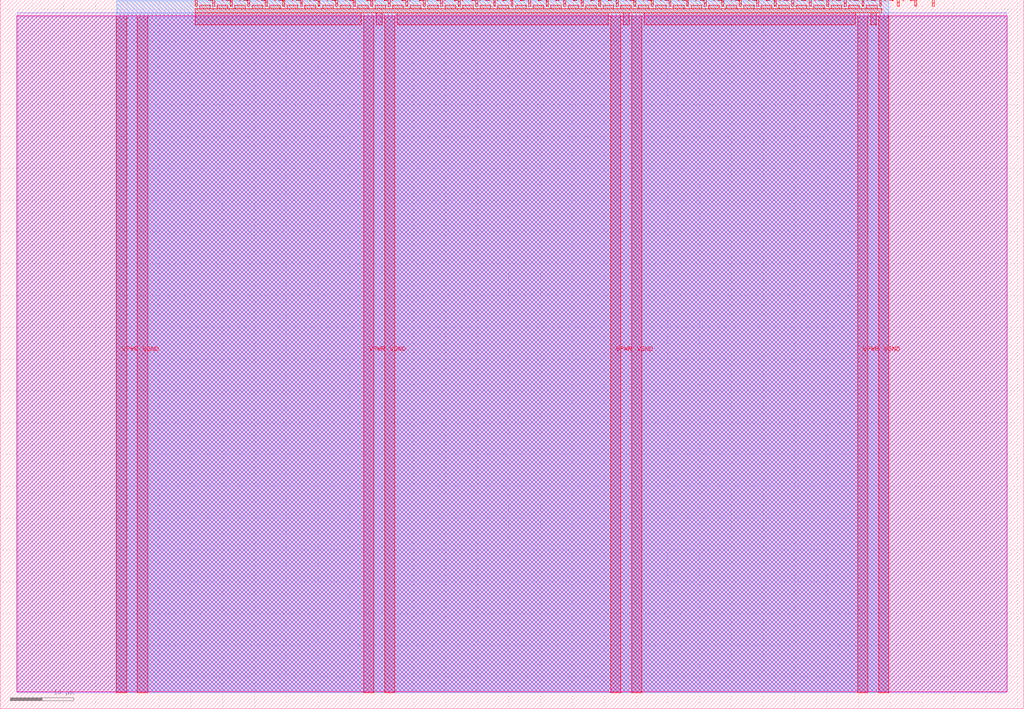
<source format=lef>
VERSION 5.7 ;
  NOWIREEXTENSIONATPIN ON ;
  DIVIDERCHAR "/" ;
  BUSBITCHARS "[]" ;
MACRO tt_um_wokwi_445172941748296705
  CLASS BLOCK ;
  FOREIGN tt_um_wokwi_445172941748296705 ;
  ORIGIN 0.000 0.000 ;
  SIZE 161.000 BY 111.520 ;
  PIN VGND
    DIRECTION INOUT ;
    USE GROUND ;
    PORT
      LAYER met4 ;
        RECT 21.580 2.480 23.180 109.040 ;
    END
    PORT
      LAYER met4 ;
        RECT 60.450 2.480 62.050 109.040 ;
    END
    PORT
      LAYER met4 ;
        RECT 99.320 2.480 100.920 109.040 ;
    END
    PORT
      LAYER met4 ;
        RECT 138.190 2.480 139.790 109.040 ;
    END
  END VGND
  PIN VPWR
    DIRECTION INOUT ;
    USE POWER ;
    PORT
      LAYER met4 ;
        RECT 18.280 2.480 19.880 109.040 ;
    END
    PORT
      LAYER met4 ;
        RECT 57.150 2.480 58.750 109.040 ;
    END
    PORT
      LAYER met4 ;
        RECT 96.020 2.480 97.620 109.040 ;
    END
    PORT
      LAYER met4 ;
        RECT 134.890 2.480 136.490 109.040 ;
    END
  END VPWR
  PIN clk
    DIRECTION INPUT ;
    USE SIGNAL ;
    PORT
      LAYER met4 ;
        RECT 143.830 110.520 144.130 111.520 ;
    END
  END clk
  PIN ena
    DIRECTION INPUT ;
    USE SIGNAL ;
    PORT
      LAYER met4 ;
        RECT 146.590 110.520 146.890 111.520 ;
    END
  END ena
  PIN rst_n
    DIRECTION INPUT ;
    USE SIGNAL ;
    PORT
      LAYER met4 ;
        RECT 141.070 110.520 141.370 111.520 ;
    END
  END rst_n
  PIN ui_in[0]
    DIRECTION INPUT ;
    USE SIGNAL ;
    ANTENNAGATEAREA 0.196500 ;
    PORT
      LAYER met4 ;
        RECT 138.310 110.520 138.610 111.520 ;
    END
  END ui_in[0]
  PIN ui_in[1]
    DIRECTION INPUT ;
    USE SIGNAL ;
    ANTENNAGATEAREA 0.196500 ;
    PORT
      LAYER met4 ;
        RECT 135.550 110.520 135.850 111.520 ;
    END
  END ui_in[1]
  PIN ui_in[2]
    DIRECTION INPUT ;
    USE SIGNAL ;
    ANTENNAGATEAREA 0.159000 ;
    PORT
      LAYER met4 ;
        RECT 132.790 110.520 133.090 111.520 ;
    END
  END ui_in[2]
  PIN ui_in[3]
    DIRECTION INPUT ;
    USE SIGNAL ;
    ANTENNAGATEAREA 0.159000 ;
    PORT
      LAYER met4 ;
        RECT 130.030 110.520 130.330 111.520 ;
    END
  END ui_in[3]
  PIN ui_in[4]
    DIRECTION INPUT ;
    USE SIGNAL ;
    ANTENNAGATEAREA 0.159000 ;
    PORT
      LAYER met4 ;
        RECT 127.270 110.520 127.570 111.520 ;
    END
  END ui_in[4]
  PIN ui_in[5]
    DIRECTION INPUT ;
    USE SIGNAL ;
    ANTENNAGATEAREA 0.159000 ;
    PORT
      LAYER met4 ;
        RECT 124.510 110.520 124.810 111.520 ;
    END
  END ui_in[5]
  PIN ui_in[6]
    DIRECTION INPUT ;
    USE SIGNAL ;
    ANTENNAGATEAREA 0.159000 ;
    PORT
      LAYER met4 ;
        RECT 121.750 110.520 122.050 111.520 ;
    END
  END ui_in[6]
  PIN ui_in[7]
    DIRECTION INPUT ;
    USE SIGNAL ;
    ANTENNAGATEAREA 0.159000 ;
    PORT
      LAYER met4 ;
        RECT 118.990 110.520 119.290 111.520 ;
    END
  END ui_in[7]
  PIN uio_in[0]
    DIRECTION INPUT ;
    USE SIGNAL ;
    PORT
      LAYER met4 ;
        RECT 116.230 110.520 116.530 111.520 ;
    END
  END uio_in[0]
  PIN uio_in[1]
    DIRECTION INPUT ;
    USE SIGNAL ;
    PORT
      LAYER met4 ;
        RECT 113.470 110.520 113.770 111.520 ;
    END
  END uio_in[1]
  PIN uio_in[2]
    DIRECTION INPUT ;
    USE SIGNAL ;
    PORT
      LAYER met4 ;
        RECT 110.710 110.520 111.010 111.520 ;
    END
  END uio_in[2]
  PIN uio_in[3]
    DIRECTION INPUT ;
    USE SIGNAL ;
    PORT
      LAYER met4 ;
        RECT 107.950 110.520 108.250 111.520 ;
    END
  END uio_in[3]
  PIN uio_in[4]
    DIRECTION INPUT ;
    USE SIGNAL ;
    PORT
      LAYER met4 ;
        RECT 105.190 110.520 105.490 111.520 ;
    END
  END uio_in[4]
  PIN uio_in[5]
    DIRECTION INPUT ;
    USE SIGNAL ;
    PORT
      LAYER met4 ;
        RECT 102.430 110.520 102.730 111.520 ;
    END
  END uio_in[5]
  PIN uio_in[6]
    DIRECTION INPUT ;
    USE SIGNAL ;
    PORT
      LAYER met4 ;
        RECT 99.670 110.520 99.970 111.520 ;
    END
  END uio_in[6]
  PIN uio_in[7]
    DIRECTION INPUT ;
    USE SIGNAL ;
    PORT
      LAYER met4 ;
        RECT 96.910 110.520 97.210 111.520 ;
    END
  END uio_in[7]
  PIN uio_oe[0]
    DIRECTION OUTPUT ;
    USE SIGNAL ;
    PORT
      LAYER met4 ;
        RECT 49.990 110.520 50.290 111.520 ;
    END
  END uio_oe[0]
  PIN uio_oe[1]
    DIRECTION OUTPUT ;
    USE SIGNAL ;
    PORT
      LAYER met4 ;
        RECT 47.230 110.520 47.530 111.520 ;
    END
  END uio_oe[1]
  PIN uio_oe[2]
    DIRECTION OUTPUT ;
    USE SIGNAL ;
    PORT
      LAYER met4 ;
        RECT 44.470 110.520 44.770 111.520 ;
    END
  END uio_oe[2]
  PIN uio_oe[3]
    DIRECTION OUTPUT ;
    USE SIGNAL ;
    PORT
      LAYER met4 ;
        RECT 41.710 110.520 42.010 111.520 ;
    END
  END uio_oe[3]
  PIN uio_oe[4]
    DIRECTION OUTPUT ;
    USE SIGNAL ;
    PORT
      LAYER met4 ;
        RECT 38.950 110.520 39.250 111.520 ;
    END
  END uio_oe[4]
  PIN uio_oe[5]
    DIRECTION OUTPUT ;
    USE SIGNAL ;
    PORT
      LAYER met4 ;
        RECT 36.190 110.520 36.490 111.520 ;
    END
  END uio_oe[5]
  PIN uio_oe[6]
    DIRECTION OUTPUT ;
    USE SIGNAL ;
    PORT
      LAYER met4 ;
        RECT 33.430 110.520 33.730 111.520 ;
    END
  END uio_oe[6]
  PIN uio_oe[7]
    DIRECTION OUTPUT ;
    USE SIGNAL ;
    PORT
      LAYER met4 ;
        RECT 30.670 110.520 30.970 111.520 ;
    END
  END uio_oe[7]
  PIN uio_out[0]
    DIRECTION OUTPUT ;
    USE SIGNAL ;
    PORT
      LAYER met4 ;
        RECT 72.070 110.520 72.370 111.520 ;
    END
  END uio_out[0]
  PIN uio_out[1]
    DIRECTION OUTPUT ;
    USE SIGNAL ;
    PORT
      LAYER met4 ;
        RECT 69.310 110.520 69.610 111.520 ;
    END
  END uio_out[1]
  PIN uio_out[2]
    DIRECTION OUTPUT ;
    USE SIGNAL ;
    PORT
      LAYER met4 ;
        RECT 66.550 110.520 66.850 111.520 ;
    END
  END uio_out[2]
  PIN uio_out[3]
    DIRECTION OUTPUT ;
    USE SIGNAL ;
    PORT
      LAYER met4 ;
        RECT 63.790 110.520 64.090 111.520 ;
    END
  END uio_out[3]
  PIN uio_out[4]
    DIRECTION OUTPUT ;
    USE SIGNAL ;
    PORT
      LAYER met4 ;
        RECT 61.030 110.520 61.330 111.520 ;
    END
  END uio_out[4]
  PIN uio_out[5]
    DIRECTION OUTPUT ;
    USE SIGNAL ;
    PORT
      LAYER met4 ;
        RECT 58.270 110.520 58.570 111.520 ;
    END
  END uio_out[5]
  PIN uio_out[6]
    DIRECTION OUTPUT ;
    USE SIGNAL ;
    PORT
      LAYER met4 ;
        RECT 55.510 110.520 55.810 111.520 ;
    END
  END uio_out[6]
  PIN uio_out[7]
    DIRECTION OUTPUT ;
    USE SIGNAL ;
    PORT
      LAYER met4 ;
        RECT 52.750 110.520 53.050 111.520 ;
    END
  END uio_out[7]
  PIN uo_out[0]
    DIRECTION OUTPUT ;
    USE SIGNAL ;
    ANTENNADIFFAREA 0.445500 ;
    PORT
      LAYER met4 ;
        RECT 94.150 110.520 94.450 111.520 ;
    END
  END uo_out[0]
  PIN uo_out[1]
    DIRECTION OUTPUT ;
    USE SIGNAL ;
    ANTENNADIFFAREA 0.445500 ;
    PORT
      LAYER met4 ;
        RECT 91.390 110.520 91.690 111.520 ;
    END
  END uo_out[1]
  PIN uo_out[2]
    DIRECTION OUTPUT ;
    USE SIGNAL ;
    ANTENNADIFFAREA 0.445500 ;
    PORT
      LAYER met4 ;
        RECT 88.630 110.520 88.930 111.520 ;
    END
  END uo_out[2]
  PIN uo_out[3]
    DIRECTION OUTPUT ;
    USE SIGNAL ;
    ANTENNADIFFAREA 0.445500 ;
    PORT
      LAYER met4 ;
        RECT 85.870 110.520 86.170 111.520 ;
    END
  END uo_out[3]
  PIN uo_out[4]
    DIRECTION OUTPUT ;
    USE SIGNAL ;
    ANTENNADIFFAREA 0.445500 ;
    PORT
      LAYER met4 ;
        RECT 83.110 110.520 83.410 111.520 ;
    END
  END uo_out[4]
  PIN uo_out[5]
    DIRECTION OUTPUT ;
    USE SIGNAL ;
    ANTENNADIFFAREA 0.445500 ;
    PORT
      LAYER met4 ;
        RECT 80.350 110.520 80.650 111.520 ;
    END
  END uo_out[5]
  PIN uo_out[6]
    DIRECTION OUTPUT ;
    USE SIGNAL ;
    ANTENNADIFFAREA 0.445500 ;
    PORT
      LAYER met4 ;
        RECT 77.590 110.520 77.890 111.520 ;
    END
  END uo_out[6]
  PIN uo_out[7]
    DIRECTION OUTPUT ;
    USE SIGNAL ;
    ANTENNADIFFAREA 0.445500 ;
    PORT
      LAYER met4 ;
        RECT 74.830 110.520 75.130 111.520 ;
    END
  END uo_out[7]
  OBS
      LAYER nwell ;
        RECT 2.570 2.635 158.430 108.990 ;
      LAYER li1 ;
        RECT 2.760 2.635 158.240 108.885 ;
      LAYER met1 ;
        RECT 2.760 2.480 158.240 109.440 ;
      LAYER met2 ;
        RECT 18.310 2.535 139.760 111.365 ;
      LAYER met3 ;
        RECT 18.290 2.555 139.780 111.345 ;
      LAYER met4 ;
        RECT 31.370 110.120 33.030 110.665 ;
        RECT 34.130 110.120 35.790 110.665 ;
        RECT 36.890 110.120 38.550 110.665 ;
        RECT 39.650 110.120 41.310 110.665 ;
        RECT 42.410 110.120 44.070 110.665 ;
        RECT 45.170 110.120 46.830 110.665 ;
        RECT 47.930 110.120 49.590 110.665 ;
        RECT 50.690 110.120 52.350 110.665 ;
        RECT 53.450 110.120 55.110 110.665 ;
        RECT 56.210 110.120 57.870 110.665 ;
        RECT 58.970 110.120 60.630 110.665 ;
        RECT 61.730 110.120 63.390 110.665 ;
        RECT 64.490 110.120 66.150 110.665 ;
        RECT 67.250 110.120 68.910 110.665 ;
        RECT 70.010 110.120 71.670 110.665 ;
        RECT 72.770 110.120 74.430 110.665 ;
        RECT 75.530 110.120 77.190 110.665 ;
        RECT 78.290 110.120 79.950 110.665 ;
        RECT 81.050 110.120 82.710 110.665 ;
        RECT 83.810 110.120 85.470 110.665 ;
        RECT 86.570 110.120 88.230 110.665 ;
        RECT 89.330 110.120 90.990 110.665 ;
        RECT 92.090 110.120 93.750 110.665 ;
        RECT 94.850 110.120 96.510 110.665 ;
        RECT 97.610 110.120 99.270 110.665 ;
        RECT 100.370 110.120 102.030 110.665 ;
        RECT 103.130 110.120 104.790 110.665 ;
        RECT 105.890 110.120 107.550 110.665 ;
        RECT 108.650 110.120 110.310 110.665 ;
        RECT 111.410 110.120 113.070 110.665 ;
        RECT 114.170 110.120 115.830 110.665 ;
        RECT 116.930 110.120 118.590 110.665 ;
        RECT 119.690 110.120 121.350 110.665 ;
        RECT 122.450 110.120 124.110 110.665 ;
        RECT 125.210 110.120 126.870 110.665 ;
        RECT 127.970 110.120 129.630 110.665 ;
        RECT 130.730 110.120 132.390 110.665 ;
        RECT 133.490 110.120 135.150 110.665 ;
        RECT 136.250 110.120 137.910 110.665 ;
        RECT 30.655 109.440 138.625 110.120 ;
        RECT 30.655 107.615 56.750 109.440 ;
        RECT 59.150 107.615 60.050 109.440 ;
        RECT 62.450 107.615 95.620 109.440 ;
        RECT 98.020 107.615 98.920 109.440 ;
        RECT 101.320 107.615 134.490 109.440 ;
        RECT 136.890 107.615 137.790 109.440 ;
  END
END tt_um_wokwi_445172941748296705
END LIBRARY


</source>
